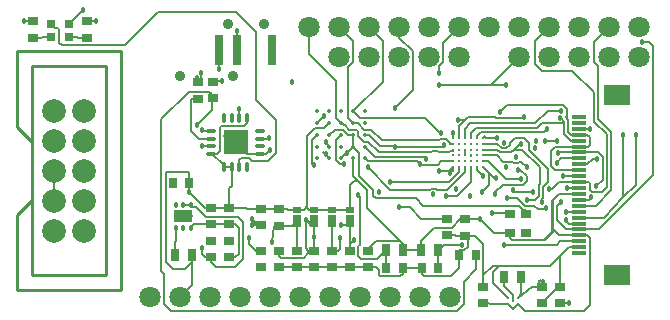
<source format=gtl>
%FSTAX23Y23*%
%MOIN*%
%SFA1B1*%

%IPPOS*%
%AMD17*
4,1,8,-0.004000,-0.008900,0.004000,-0.008900,0.005900,-0.006900,0.005900,0.006900,0.004000,0.008900,-0.004000,0.008900,-0.005900,0.006900,-0.005900,-0.006900,-0.004000,-0.008900,0.0*
1,1,0.003900,-0.004000,-0.006900*
1,1,0.003900,0.004000,-0.006900*
1,1,0.003900,0.004000,0.006900*
1,1,0.003900,-0.004000,0.006900*
%
%AMD18*
4,1,8,-0.031500,0.017700,-0.031500,-0.017700,-0.029500,-0.019700,0.029500,-0.019700,0.031500,-0.017700,0.031500,0.017700,0.029500,0.019700,-0.029500,0.019700,-0.031500,0.017700,0.0*
1,1,0.003940,-0.029500,0.017700*
1,1,0.003940,-0.029500,-0.017700*
1,1,0.003940,0.029500,-0.017700*
1,1,0.003940,0.029500,0.017700*
%
%ADD10R,0.035430X0.027560*%
%ADD11R,0.027560X0.035430*%
%ADD12R,0.031500X0.031500*%
%ADD13R,0.030320X0.038580*%
%ADD14R,0.027560X0.020470*%
%ADD15R,0.027560X0.041340*%
%ADD16R,0.033470X0.025590*%
G04~CAMADD=17~8~0.0~0.0~118.1~177.2~19.5~0.0~15~0.0~0.0~0.0~0.0~0~0.0~0.0~0.0~0.0~0~0.0~0.0~0.0~180.0~119.0~178.0*
%ADD17D17*%
G04~CAMADD=18~8~0.0~0.0~393.7~629.9~19.7~0.0~15~0.0~0.0~0.0~0.0~0~0.0~0.0~0.0~0.0~0~0.0~0.0~0.0~90.0~630.0~394.0*
%ADD18D18*%
%ADD19R,0.051180X0.011810*%
%ADD20R,0.086610X0.070870*%
%ADD21C,0.013780*%
%ADD22R,0.082680X0.082680*%
%ADD23O,0.011810X0.033470*%
%ADD24O,0.033470X0.011810*%
%ADD25R,0.027560X0.098430*%
%ADD26C,0.010630*%
%ADD27C,0.010240*%
%ADD28C,0.008000*%
%ADD29C,0.010000*%
%ADD30C,0.070870*%
%ADD31C,0.035430*%
%ADD32C,0.078740*%
%ADD33C,0.018000*%
%ADD34C,0.010000*%
%ADD35C,0.019690*%
%ADD36C,0.035430*%
%LNcombine8-1*%
%LPD*%
G54D10*
X00655Y00742D03*
Y00797D03*
X00234Y00943D03*
Y00998D03*
X00054Y00943D03*
Y00998D03*
X00709Y00266D03*
Y00211D03*
Y00321D03*
Y00376D03*
X01434Y0034D03*
Y00285D03*
X00649Y00211D03*
Y00266D03*
Y00376D03*
Y00321D03*
X01811Y00114D03*
Y00059D03*
X01752D03*
Y00114D03*
X01555D03*
Y00059D03*
X01171Y00179D03*
Y00234D03*
X00934Y00179D03*
Y00234D03*
X00993Y00179D03*
Y00234D03*
X01052Y00179D03*
Y00234D03*
X01112Y00179D03*
Y00234D03*
X00816Y00374D03*
Y00318D03*
X00875Y00372D03*
Y00316D03*
X00816Y00179D03*
Y00234D03*
X00875Y00179D03*
Y00234D03*
X01494Y00338D03*
Y00283D03*
X00605Y00795D03*
Y0074D03*
G54D11*
X01531Y0022D03*
X01476D03*
X00576Y00459D03*
X00521D03*
X0135Y00177D03*
X01405D03*
X01287D03*
X01232D03*
G54D12*
X00114Y0099D03*
Y00947D03*
X00174Y0099D03*
Y00947D03*
G54D13*
X01625Y00146D03*
X01682D03*
X01349Y00236D03*
X01405D03*
X01287D03*
X01231D03*
X00529Y00219D03*
X00585D03*
G54D14*
X00993Y0037D03*
X01052D03*
X01112D03*
X00934D03*
G54D15*
X00993Y00334D03*
X01052D03*
X01112D03*
X00934D03*
G54D16*
X01699Y00292D03*
X01646D03*
X01699Y00357D03*
X01646D03*
G54D17*
X00531Y0031D03*
X00556D03*
X00582D03*
Y00387D03*
X00556D03*
X00531D03*
G54D18*
X00556Y00349D03*
G54D19*
X01874Y00226D03*
Y00246D03*
Y00265D03*
Y00285D03*
Y00305D03*
Y00324D03*
Y00344D03*
Y00364D03*
Y00383D03*
Y00403D03*
Y00423D03*
Y00442D03*
Y00462D03*
Y00482D03*
Y00501D03*
Y00521D03*
Y00541D03*
Y00561D03*
Y0058D03*
Y006D03*
Y0062D03*
Y00639D03*
Y00659D03*
Y00679D03*
G54D20*
X02002Y00151D03*
Y00753D03*
G54D21*
X01161Y00698D03*
Y00659D03*
X01121Y0062D03*
Y0058D03*
Y00541D03*
X01082Y00698D03*
Y0062D03*
Y0058D03*
Y00541D03*
X01043Y00698D03*
Y00659D03*
Y0062D03*
Y0058D03*
Y00541D03*
X01003Y00698D03*
Y00659D03*
Y0062D03*
Y0058D03*
Y00541D03*
X01121Y00698D03*
Y00659D03*
X01082D03*
X01161Y0062D03*
Y0058D03*
Y00541D03*
G54D22*
X0073Y00595D03*
G54D23*
X00768Y00676D03*
X00742D03*
X00717D03*
X00691D03*
Y00513D03*
X00717D03*
X00742D03*
X00768D03*
G54D24*
X00648Y00633D03*
Y00607D03*
Y00582D03*
Y00556D03*
X00811D03*
Y00582D03*
Y00607D03*
Y00633D03*
G54D25*
X00853Y00901D03*
X00735D03*
X00676D03*
G54D26*
X01456Y0061D03*
X01476D03*
X01495D03*
X01515D03*
X01535D03*
X01554D03*
X01456Y0059D03*
X01476D03*
X01495D03*
X01515D03*
X01535D03*
X01554D03*
X01456Y0057D03*
X01476D03*
X01495D03*
X01515D03*
X01535D03*
X01554D03*
X01456Y00551D03*
X01476D03*
X01495D03*
X01515D03*
X01535D03*
X01554D03*
X01456Y00531D03*
X01476D03*
X01495D03*
X01515D03*
X01535D03*
X01554D03*
X01456Y00511D03*
X01476D03*
X01495D03*
X01515D03*
X01535D03*
X01554D03*
G54D27*
X01637Y00057D03*
Y00077D03*
X01654Y00067D03*
X01671Y00057D03*
Y00077D03*
G54D28*
X01555Y00059D02*
X01596Y00057D01*
X01637*
X01654Y0004D02*
X01671Y00057D01*
X01637D02*
X01654Y0004D01*
X01592Y00292D02*
X01646D01*
X01546Y00338D02*
X01592Y00292D01*
X01494Y00338D02*
X01546D01*
X01317Y00236D02*
X01349D01*
X01287D02*
X01317D01*
X01277Y00266D02*
X01287Y00255D01*
X01198Y00266D02*
X01277D01*
X0117Y00238D02*
X01198Y00266D01*
X0117Y00234D02*
X01171D01*
X01052Y0037D02*
X01112D01*
X00993D02*
X01052D01*
X00875Y00372D02*
X00903D01*
X00905Y0037*
X00934*
X01175Y0098D02*
X0122Y00934D01*
Y00797D02*
Y00934D01*
X01121Y00698D02*
X0122Y00797D01*
X01075Y0098D02*
X0112Y00934D01*
Y00861D02*
Y00934D01*
X01104Y00845D02*
X0112Y00861D01*
X01043Y0062D02*
X0106Y00636D01*
X01089*
X01106Y0062*
X01121*
Y0058D02*
Y0062D01*
X01434Y00285D02*
X01462D01*
X01465Y00283*
X01494*
X01287Y00177D02*
X0135D01*
X01287Y00157D02*
Y00177D01*
X01279Y00149D02*
X01287Y00157D01*
X01212Y00149D02*
X01279D01*
X01207Y00154D02*
X01212Y00149D01*
X01207Y00154D02*
Y00169D01*
X01197Y00179D02*
X01207Y00169D01*
X01171Y00179D02*
X01197D01*
X0114D02*
X01171D01*
X01112Y00179D02*
X0114Y00179D01*
X01052Y00179D02*
X01112D01*
X00993D02*
X01052D01*
X00934D02*
X00993D01*
X00875D02*
X00934D01*
X01874Y0062D02*
X01902D01*
X0191Y00612*
Y00587D02*
Y00612D01*
X01904Y0058D02*
X0191Y00587D01*
X01874Y0058D02*
X01904D01*
X01834Y00443D02*
X01834Y00442D01*
X02084Y0093D02*
X02107D01*
X0212Y00917*
Y00485D02*
Y00917D01*
X01874Y00305D02*
X0194D01*
X01052Y00234D02*
Y00334D01*
X01654Y00067D02*
Y00087D01*
X01625Y00115D02*
X01654Y00087D01*
X01625Y00115D02*
Y00146D01*
X01717Y00114D02*
X01752D01*
X01671Y00077D02*
X01717Y00114D01*
X01682Y00088D02*
Y00146D01*
X01671Y00077D02*
X01682Y00088D01*
X01231Y00206D02*
Y00236D01*
Y00206D02*
X01232Y00206D01*
Y00177D02*
Y00206D01*
X01405Y00206D02*
Y00236D01*
X01405Y00206D02*
X01405Y00206D01*
X01405Y00177D02*
Y00206D01*
X00529Y00219D02*
Y00263D01*
X00531Y00265*
Y0031*
X00649Y00321D02*
X00709D01*
X00174Y00947D02*
X00201D01*
X00206Y00943*
X00234*
X00054D02*
X00081D01*
X00086Y00947*
X00114*
X00556Y00387D02*
X00582D01*
X00649Y00376D02*
X00709D01*
Y00441*
X00717Y00449*
Y00513*
X00816Y00374D02*
X00844D01*
X00846Y00372*
X00875*
X00691Y00513D02*
X00717D01*
X00124Y004D02*
Y005D01*
X00709Y00321D02*
X00727D01*
X0074Y00308*
Y00224D02*
Y00308D01*
X00727Y00211D02*
X0074Y00224D01*
X00709Y00211D02*
X00727D01*
X00234Y00998D02*
X00265D01*
X00265Y00999*
X00576Y00429D02*
Y00459D01*
X00582Y0074D02*
X00605D01*
X00582Y00632D02*
Y0074D01*
Y00632D02*
X00607Y00607D01*
X00648*
X00691Y00513D02*
Y00518D01*
X00653Y00556D02*
X00691Y00518D01*
X01121Y00659D02*
X01137D01*
X01159Y00637*
X01787Y00403D02*
X01807Y00423D01*
X0176Y00269D02*
X01787Y00296D01*
X01646Y00275D02*
X01652Y00269D01*
X01646Y00275D02*
Y00292D01*
X01781Y00567D02*
X01794Y0058D01*
X01753Y00059D02*
X01806Y00114D01*
X01752Y00059D02*
X01753D01*
X01806Y00114D02*
X01811D01*
X01907Y00403D02*
X01914Y00411D01*
X01874Y00403D02*
X01907D01*
X01735Y00644D02*
X0175Y00659D01*
X0183Y00335D02*
X0184Y00324D01*
X01842Y00059D02*
X01842Y00059D01*
X01811Y00059D02*
X01842D01*
X01026Y00642D02*
X01043Y00659D01*
X00969Y00377D02*
X00976Y0037D01*
X00993*
X00996Y00642D02*
X01026D01*
X00957Y0037D02*
X00969Y00382D01*
X00934Y0037D02*
X00957D01*
X01925Y0093D02*
X01975Y0098D01*
X01925Y00861D02*
Y0093D01*
Y00861D02*
X01938Y00848D01*
Y00672D02*
Y00848D01*
X01874Y00383D02*
X0193D01*
X01907Y00462D02*
X01912Y00457D01*
Y00435D02*
Y00457D01*
Y00435D02*
X01917Y0043D01*
X0195*
X01924Y00664D02*
Y00761D01*
X01851Y00834D02*
X01924Y00761D01*
X01751Y00834D02*
X01851D01*
X01728Y00857D02*
X01751Y00834D01*
X01728Y00857D02*
Y00933D01*
X01775Y0098*
X01202Y00207D02*
X01231Y00236D01*
X01149Y00207D02*
X01202D01*
X01139Y00217D02*
X01149Y00207D01*
X01554Y00511D02*
X01554D01*
X01626Y00253D02*
X01801D01*
X01813Y00265*
X01847Y006D02*
X01874D01*
X01494Y00283D02*
X01505Y00272D01*
X01064Y00602D02*
X01082Y0062D01*
X02023Y00411D02*
Y00618D01*
X01874Y00344D02*
X01957D01*
X00709Y00376D02*
X00766D01*
X00768Y00374*
X00816*
X01639Y00364D02*
X01646Y00357D01*
X00957Y0021D02*
X00973Y00226D01*
X00882Y0021D02*
X00957D01*
X00875Y00217D02*
X00882Y0021D01*
X00875Y00234D02*
X00875D01*
X01052D02*
X01072D01*
X01077Y00239*
Y00276*
X00784Y00339D02*
X00804Y00318D01*
X00667Y00556D02*
X00677Y00566D01*
X01677Y00269D02*
X01756D01*
X01708Y00568D02*
Y00591D01*
X00576Y00459D02*
Y00497D01*
X00497Y00197D02*
Y00497D01*
Y00197D02*
X0052Y00174D01*
X00562*
X00585Y00197*
X00627Y00211D02*
X00649D01*
X00617Y00221D02*
X00627Y00211D01*
X00617Y00221D02*
Y00242D01*
X00676Y00838D02*
Y00901D01*
X00114Y0099D02*
X00129Y00975D01*
X00137*
X00143Y00969*
Y00927D02*
Y00969D01*
Y00927D02*
X00151Y00919D01*
X00361*
X0047Y01028*
X00731*
X00797Y00962*
Y00737D02*
Y00962D01*
X0135Y00156D02*
Y00177D01*
Y00156D02*
X01357Y00149D01*
X01448*
X01476Y00177*
Y0022*
X00601Y00654D02*
X0065Y00703D01*
X01349Y0034D02*
X01434D01*
X01138Y00616D02*
X01157Y00597D01*
X01138Y00616D02*
Y00632D01*
X01133Y00637D02*
X01138Y00632D01*
X01109Y00637D02*
X01133D01*
X01095Y00651D02*
X01109Y00637D01*
X0109Y00651D02*
X01095D01*
X00735Y00901D02*
Y00965D01*
X00617Y00582D02*
X00648D01*
X00784Y00331D02*
Y00339D01*
X00964Y00337D02*
X00977Y00324D01*
Y00318D02*
Y00324D01*
X00993Y00318D02*
Y00334D01*
X00964Y00242D02*
Y00337D01*
Y00242D02*
X00972Y00234D01*
X01139Y00465D02*
X01167Y00437D01*
X01126Y00465D02*
X01139D01*
X01112Y00451D02*
X01126Y00465D01*
X01287Y00236D02*
Y00255D01*
X01535Y00501D02*
Y00511D01*
X01003Y00659D02*
X01025Y00681D01*
X00934Y00234D02*
Y00334D01*
X00742Y00676D02*
Y00707D01*
X01607Y00184D02*
X01778D01*
X01587Y00164D02*
X01607Y00184D01*
X01587Y00126D02*
Y00164D01*
Y00126D02*
X01637Y00077D01*
X01555Y00152D02*
X01587Y00184D01*
X01494Y00283D02*
X01529D01*
X01555Y00257*
X01555Y00114D02*
X01555D01*
X01478Y00338D02*
X01494D01*
X0145Y0031D02*
X01478Y00338D01*
X01393Y0031D02*
X0145D01*
X01349Y00266D02*
X01393Y0031D01*
X01349Y00236D02*
Y00266D01*
X00582Y00379D02*
Y00387D01*
X00598Y00379D02*
X00631Y00346D01*
X00737*
X00754Y00329*
Y00207D02*
Y00329D01*
X00727Y0018D02*
X00754Y00207D01*
X00666Y0018D02*
X00727D01*
X00649Y00197D02*
X00666Y0018D01*
X00649Y00197D02*
Y00211D01*
X00582Y0031D02*
X00593Y00321D01*
X00649*
X01531Y00172D02*
Y0022D01*
X0149Y0013D02*
X01531Y00172D01*
X0149Y00057D02*
Y0013D01*
X01467Y00034D02*
X0149Y00057D01*
X00515Y00034D02*
X01467D01*
X00492Y00057D02*
X00515Y00034D01*
X00492Y00057D02*
Y00157D01*
X00483Y00166D02*
X00492Y00157D01*
X00483Y00166D02*
Y00672D01*
X00575Y00764*
X00643*
X0065Y00757*
Y00742D02*
X00655D01*
X01405Y00236D02*
X01424Y00254D01*
X01761Y006D02*
X018D01*
X01144Y00676D02*
X0136D01*
X01121Y00698D02*
X01144Y00676D01*
X01043Y0058D02*
D01*
X00619Y00633D02*
X00648D01*
X00617Y00635D02*
X00619Y00633D01*
X00174Y0099D02*
X0022Y01036D01*
X00629Y00376D02*
X00649D01*
X00576Y00429D02*
X00629Y00376D01*
X01671Y00057D02*
X01696Y00032D01*
X0189*
X00545Y0008D02*
X00585Y0012D01*
X00797Y00234D02*
X00816D01*
X00774Y00257D02*
X00797Y00234D01*
X00774Y00257D02*
Y00276D01*
X01335Y00532D02*
X01345Y00522D01*
X01407Y00826D02*
Y00848D01*
X0142Y00861*
Y00925*
X01475Y0098*
X01275Y00944D02*
X0132Y00898D01*
X0126Y00709D02*
X0132Y00769D01*
X01257Y00582D02*
X0126Y0058D01*
X01275Y00944D02*
Y0098D01*
X0132Y00769D02*
Y00898D01*
X01065Y00676D02*
X01082Y00659D01*
X01189Y00416D02*
X01197Y00408D01*
X0133D02*
X01354Y00384D01*
X01811Y00114D02*
Y00217D01*
X01874Y00639D02*
X01913D01*
X01758Y00629D02*
X01769Y0064D01*
X00993Y00279D02*
Y00318D01*
X01112D02*
Y00334D01*
Y00234D02*
X01112D01*
X00852Y00264D02*
X00857Y00316D01*
X00875*
X00917D02*
X00934Y00334D01*
X00875Y00316D02*
X00917D01*
X01683Y0053D02*
X01702Y00511D01*
X01407Y00787D02*
X01582D01*
X01675Y0088*
X00585Y0012D02*
Y00197D01*
Y00219*
X00969Y00377D02*
Y00382D01*
X00648Y00556D02*
X00653D01*
X00667*
X01652Y00269D02*
X01677D01*
X01757*
X0176*
X01677D02*
X01677Y00269D01*
X01756D02*
X01757Y00269D01*
X01787Y00305D02*
X01807Y00285D01*
X01787Y00296D02*
Y00305D01*
X01167Y00437D02*
Y00437D01*
X01784Y004D02*
X01787Y00403D01*
X01555Y00152D02*
Y00257D01*
X01587Y00184D02*
X01607D01*
X01778D02*
X01811Y00217D01*
X01658Y0057D02*
X01686D01*
X00972Y00234D02*
X00973D01*
X00993*
Y00279*
X01112Y00234D02*
Y00234D01*
X00784Y00318D02*
X00797D01*
X00804D02*
X00816D01*
X00797D02*
X00804D01*
X02023Y00411D02*
X02066Y00453D01*
X01957Y00344D02*
X02023Y00411D01*
X01582Y00787D02*
X01633D01*
X00986Y00322D02*
D01*
X00742Y00513D02*
Y00537D01*
X00748Y00543*
X00775*
X00784Y00534*
X00682Y00649D02*
X00757D01*
X00768Y00659*
Y00676*
X00842Y00607D02*
X00842Y00608D01*
X00811Y00607D02*
X00842D01*
X01104Y00676D02*
X01121Y00659D01*
X01104Y00676D02*
Y00845D01*
X00975Y00889D02*
Y0098D01*
X01065Y00676D02*
Y00798D01*
X00975Y00889D02*
X01065Y00798D01*
X01476Y0022D02*
Y00235D01*
X01493D02*
X01505Y00246D01*
Y00272*
X01424Y00254D02*
X01486D01*
X01476Y0061D02*
Y00649D01*
X01535Y0061D02*
Y00617D01*
X01515Y0061D02*
Y00627D01*
X01531Y00644*
X01554Y0061D02*
X01559Y00615D01*
X01535Y00531D02*
X01535Y00531D01*
X01354Y00384D02*
X01675D01*
X01699Y00357D02*
Y0037D01*
X01675Y00384D02*
X01688Y0037D01*
X01635Y0041D02*
X01669D01*
X01694Y00384*
X01724*
X01737Y00371*
X01765*
X01787Y00305D02*
Y00403D01*
X01784Y00308D02*
Y00364D01*
X01785Y00364*
X01784Y00384D02*
X01785Y00384D01*
X01784Y00384D02*
Y004D01*
X01785Y00364D02*
Y00384D01*
X01757Y00269D02*
X01785Y00297D01*
X01765Y00371D02*
X01766Y00372D01*
X01785Y00297D02*
Y00307D01*
Y00364*
X01784Y00308D02*
X01785Y00307D01*
X01787Y00305*
X01784Y00384D02*
X01784Y00384D01*
X01574Y00451D02*
Y00491D01*
X01535Y00501D02*
X01554Y00482D01*
X01535Y00617D02*
X01547Y0063D01*
X01535Y0057D02*
Y0057D01*
X01646Y00292D02*
Y003D01*
X018Y00526D02*
X01815Y00541D01*
X0182Y00482D02*
X01874D01*
X0184Y00246D02*
X01874D01*
X01811Y00217D02*
X0184Y00246D01*
X01834Y00442D02*
X01874D01*
X01815Y00541D02*
X01874D01*
X01813Y00265D02*
X01874D01*
X01807Y00423D02*
X01874D01*
X01807Y00285D02*
X01874D01*
X0183Y00364D02*
X01874D01*
X0184Y00324D02*
X01874D01*
X01686Y0057D02*
X01746Y00511D01*
X01708Y00568D02*
X0177Y00506D01*
X01781Y00517D02*
Y00567D01*
Y00517D02*
X01796Y00501D01*
X01874*
X01702Y00403D02*
X01729D01*
X0175Y00395D02*
Y00404D01*
X01766Y00372D02*
Y00376D01*
X01801Y00336D02*
X01833Y00305D01*
X01801Y00336D02*
Y00383D01*
X01815Y00397*
X01743Y00133D02*
X01745Y00135D01*
X0175Y0013*
X01902Y00285D02*
X0191Y00277D01*
X0189Y00032D02*
X0191Y00052D01*
Y00277*
X0175Y00404D02*
X01756Y00411D01*
X01729Y00403D02*
X01742Y00416D01*
X01756Y00432D02*
Y00447D01*
X01742Y00426D02*
Y00453D01*
X01746Y00457*
Y00511*
X01742Y00426D02*
X01742Y00425D01*
X01756Y00432D02*
X01756Y00431D01*
X0177Y00462D02*
Y00506D01*
X01756Y00447D02*
X0177Y00462D01*
X01756Y00411D02*
Y00431D01*
X01742Y00416D02*
Y00425D01*
X01775Y0044D02*
X01785D01*
X0166Y0043D02*
X0172D01*
X01655Y00435D02*
X0166Y0043D01*
X01825Y00623D02*
X01847Y006D01*
X0175Y00659D02*
X01825D01*
Y00623D02*
Y00659D01*
Y00664*
X01814Y00675D02*
X01825Y00664D01*
X0181Y00675D02*
X01814D01*
X01839Y00629D02*
X01848Y0062D01*
X01839Y00629D02*
Y0067D01*
X00811Y00557D02*
X00811Y00556D01*
X00767Y00557D02*
X00811D01*
X0073Y00595D02*
X00767Y00557D01*
X00811Y00556D02*
X00831D01*
X00845Y0057*
X00784Y00534D02*
X00838D01*
X00864Y00559D02*
Y0067D01*
X00838Y00534D02*
X00864Y00559D01*
X00797Y00737D02*
X00864Y0067D01*
X0103Y00554D02*
X01043Y00541D01*
X01023Y00561D02*
X01029Y00555D01*
X01082Y00542D02*
X011Y0056D01*
X01082Y00541D02*
Y00542D01*
X01139Y00217D02*
Y00248D01*
X01112Y00234D02*
Y00257D01*
X01112Y00257*
X01125Y0027*
X0131Y0038D02*
X01349Y0034D01*
X01275Y0038D02*
X0131D01*
X01112Y0037D02*
Y00451D01*
X01167Y00376D02*
X01277Y00266D01*
X01167Y00376D02*
Y00437D01*
X01139Y00418D02*
X01144Y00413D01*
X01139Y00248D02*
X01144Y00252D01*
Y00413*
X00677Y00644D02*
X00682Y00649D01*
X00677Y00566D02*
Y00644D01*
X00655Y00797D02*
X00657Y00795D01*
X00615Y00805D02*
Y00825D01*
X00605Y00795D02*
X00615Y00805D01*
X01806Y00561D02*
X01874D01*
X01805Y0056D02*
X01806Y00561D01*
X01874Y00521D02*
X019D01*
X01874Y00561D02*
X01878Y00564D01*
X0183Y00678D02*
X01839Y0067D01*
X0183Y00678D02*
D01*
X01834Y00682D01*
X01822Y00719D02*
X01834Y00707D01*
Y00682D02*
Y00707D01*
X01634Y00719D02*
X01822D01*
X01729Y00658D02*
X01771Y007D01*
X01815*
X01785Y0044D02*
X01807Y00462D01*
X01874*
X01848Y0062D02*
X01874D01*
X01794Y0058D02*
X01874D01*
Y00462D02*
X01907D01*
X01874Y00285D02*
X01902D01*
X01833Y00305D02*
X01874D01*
X0194D02*
X0212Y00485D01*
X02066Y00453D02*
Y0062D01*
X00025Y00998D02*
X00054D01*
X01082Y00659D02*
X0109Y00651D01*
X01064Y00535D02*
Y00602D01*
X0103Y00554D02*
Y00555D01*
X01029D02*
X0103D01*
X00969Y00616D02*
X00996Y00642D01*
X00986Y00521D02*
X0099Y00518D01*
X00969Y00382D02*
Y00616D01*
X00986Y00521D02*
Y00603D01*
X01003Y0062*
X0103Y00595D02*
X01043Y00581D01*
X0117Y00511D02*
X01245Y00436D01*
X01159Y00637D02*
X01182D01*
X01161Y0062D02*
X01174D01*
X01157Y00597D02*
X01172D01*
X01121Y00483D02*
X01167Y00437D01*
X01182Y00637D02*
X01217Y00602D01*
X01174Y0062D02*
X01212Y00582D01*
X01257*
X01172Y00597D02*
X01209Y00561D01*
X01161Y0058D02*
X01194Y00547D01*
X01121Y0058D02*
X01143Y00558D01*
X01161Y00541D02*
X0117Y00532D01*
X01335*
X01143Y00482D02*
Y00558D01*
X01121Y00483D02*
Y00541D01*
X01064Y00535D02*
X01077Y00522D01*
X01092*
X019Y00521D02*
X0192Y0054D01*
X0192Y0054*
X01935*
X01982Y00435D02*
Y00629D01*
X01968Y00447D02*
Y00621D01*
X01937Y00564D02*
X01954Y00547D01*
Y0047D02*
Y00547D01*
X01933Y0045D02*
X01954Y0047D01*
X01878Y00564D02*
X01937D01*
X0195Y0043D02*
X01968Y00447D01*
X01924Y00664D02*
X01968Y00621D01*
X0193Y00383D02*
X01982Y00435D01*
X01938Y00672D02*
X01982Y00629D01*
X00662Y008D02*
X00685D01*
X00497Y00497D02*
X00576D01*
X006Y0079D02*
X00605Y00795D01*
X01554Y00531D02*
X01573D01*
X01631Y00473D02*
X01681D01*
X01495Y0064D02*
X01513Y00658D01*
X0136Y00676D02*
X01412Y00625D01*
X01456Y00498D02*
Y00511D01*
X01515Y0055D02*
X01515Y00551D01*
X01419Y0058D02*
X01424Y00585D01*
X01403Y00565D02*
X01407Y00561D01*
X01411*
X01412Y00625D02*
X01415D01*
X01411Y00561D02*
X01413Y00562D01*
X01416Y00531D02*
X01456D01*
X01431Y00605D02*
X01444Y00592D01*
Y00592D02*
Y00592D01*
Y00592D02*
X01445Y0059D01*
X01456*
X0126Y0058D02*
X01419D01*
X01217Y00602D02*
X01407D01*
X01411Y00605*
X01431*
X01424Y00585D02*
X01425D01*
X01413Y00562D02*
X01443D01*
X01448Y00567*
X01456D02*
Y0057D01*
X01495Y00551D02*
Y0057D01*
Y0061D02*
Y0064D01*
X01495Y0064D02*
X01495Y0064D01*
X01456Y0061D02*
X01456Y0061D01*
X01384Y00565D02*
X01403D01*
X01209Y00561D02*
X0138D01*
X01384Y00565*
X01346Y0052D02*
X01405D01*
X01345Y00522D02*
X01346Y0052D01*
X01405D02*
X01416Y00531D01*
X01143Y00482D02*
X01189Y00436D01*
Y00416D02*
Y00436D01*
X01197Y00408D02*
X0133D01*
X01554Y0057D02*
X01602D01*
X01612Y00561*
X01658Y0057D02*
X01678Y0059D01*
X01554Y00551D02*
X01602D01*
X01623Y0053*
X01554Y0059D02*
X01603D01*
X01618Y00575*
X01515Y0057D02*
Y0057D01*
X0159Y00476D02*
X01598D01*
X01554Y00511D02*
X0159Y00476D01*
X01673Y00503D02*
X01677D01*
X017Y00481*
Y00465D02*
Y00481D01*
X01689Y00454D02*
X017Y00465D01*
X0162Y00454D02*
X01689D01*
X01585Y0036D02*
X01635D01*
X01594Y00421D02*
Y00429D01*
X0162Y00454*
X01573Y00531D02*
X01631Y00473D01*
X01673Y00503D02*
X01673D01*
X01672Y00526D02*
X01677Y0053D01*
X01683*
X01649Y00561D02*
X01658Y0057D01*
X01623Y0053D02*
X01652D01*
X01657Y00526*
X01672*
X01689Y00676D02*
X01692Y00679D01*
X01472Y00669D02*
X01495D01*
X01476Y00649D02*
X01495Y00669D01*
X01505Y00679*
X01456Y0061D02*
Y00625D01*
X01612Y00561D02*
X01649D01*
X01662Y00609D02*
X0169D01*
X01708Y00591*
X01678Y0059D02*
X01681D01*
X01618Y00575D02*
X01633D01*
X01644Y00586*
Y00592*
X01662Y00609*
X0161Y00695D02*
X01634Y00719D01*
X01505Y00679D02*
X01594D01*
X01597Y00676*
X01689*
X01513Y00658D02*
X01729D01*
X01531Y00644D02*
X01735D01*
X01547Y0063D02*
X01584D01*
X01584Y00629*
X01758*
X01564Y0061D02*
X016D01*
X01244Y00464D02*
X01443D01*
X01452Y00473D02*
X01476Y00496D01*
X01443Y00464D02*
X01452Y00473D01*
X01452*
X01458Y00459D02*
X01495Y00496D01*
X01435Y00436D02*
X01457Y00459D01*
X01458*
X01476Y00496D02*
Y00511D01*
X01495Y00496D02*
Y00511D01*
X01445Y00501D02*
X01456Y00511D01*
X01445Y00493D02*
Y00498D01*
Y00501*
X01552Y00429D02*
X01574Y00451D01*
X01515Y00462D02*
Y00511D01*
X0143Y00415D02*
X01467D01*
X01515Y00462*
X01245Y00436D02*
X01378D01*
X01381Y0044*
X01397*
X01401Y00436*
X01435*
X01194Y00547D02*
X01358D01*
X01366Y00539*
X01535Y0059D02*
Y0059D01*
X01448Y00567D02*
X01456D01*
X01554Y00511D02*
X01574Y00491D01*
X01407Y00498D02*
X01445D01*
X01456*
X00657Y00795D02*
X00662Y008D01*
X00582Y00379D02*
X00598D01*
X00784Y00331D02*
X00797Y00318D01*
X0065Y00703D02*
Y00742D01*
Y00757*
X01635Y0036D02*
X01639Y00364D01*
X006Y0079D02*
Y0081D01*
X0117Y00234D02*
Y00238D01*
X01743Y00123D02*
Y00133D01*
Y00123D02*
X01752Y00114D01*
X0175Y0013D02*
X01755D01*
X01112Y00257D02*
X01112Y00234D01*
X01082Y00318D02*
X01112D01*
X01112Y00269D02*
X01112Y00257D01*
X01112Y00318D02*
X01112Y00269D01*
X00875Y00217D02*
Y00234D01*
X00973Y00226D02*
Y00234D01*
X00977Y00318D02*
X00993D01*
X00986Y00322D02*
X00993Y00318D01*
X00964Y00337D02*
X00986Y00322D01*
X01082Y00541D02*
X01121Y0058D01*
X01476Y00235D02*
X01493D01*
X01555Y00114D02*
Y00152D01*
X01688Y0037D02*
X01699D01*
X01559Y00615D02*
X01564Y0061D01*
G54D29*
X00003Y00102D02*
Y00354D01*
Y00102D02*
X00347D01*
X00003Y00646D02*
Y00899D01*
Y00646D02*
X00052Y00597D01*
Y00403D02*
Y00597D01*
X00003Y00354D02*
X00052Y00403D01*
X00003Y00899D02*
X00347D01*
X00298Y00151D02*
Y0085D01*
X00052D02*
X00298D01*
X00052Y00151D02*
Y0085D01*
Y00151D02*
X00298D01*
X00347Y00102D02*
Y00899D01*
G54D30*
X00845Y0008D03*
X00745D03*
X00645D03*
X00545D03*
X00445D03*
X01475Y0098D03*
X01375D03*
X01075D03*
X01275D03*
X00975D03*
X01175D03*
X01575D03*
X01775D03*
X01875D03*
X01975D03*
X02075D03*
X01675D03*
X01475Y0088D03*
X01375D03*
X01275D03*
X01175D03*
X01075D03*
X02075D03*
X01975D03*
X01875D03*
X01775D03*
X01675D03*
X00945Y0008D03*
X01145D03*
X01245D03*
X01345D03*
X01445D03*
X01045D03*
G54D31*
X0072Y00815D03*
X00546D03*
G54D32*
X00124Y007D03*
Y006D03*
Y005D03*
Y004D03*
Y003D03*
X00224Y005D03*
Y004D03*
Y003D03*
Y007D03*
Y006D03*
G54D33*
X01834Y00443D03*
X02084Y0093D03*
X00265Y00999D03*
X00576Y00429D03*
X00784Y00318D03*
X01914Y00411D03*
X0183Y00335D03*
Y00364D03*
X01842Y00059D03*
X0143Y00415D03*
X01139Y00418D03*
X01702Y00403D03*
X01626Y00253D03*
X01933Y0045D03*
X02023Y00618D03*
X00993Y00279D03*
X01077Y00276D03*
X00784Y00339D03*
X00617Y00242D03*
X00676Y00838D03*
X00601Y00654D03*
X00735Y00965D03*
X00617Y00582D03*
X01702Y00511D03*
X02066Y0062D03*
X00964Y00337D03*
X01681Y00473D03*
X01025Y00681D03*
X00742Y00707D03*
X01407Y00787D03*
X01633D03*
X0099Y00518D03*
X01244Y00464D03*
X018Y006D03*
X01761D03*
X0182Y00482D03*
X01732Y006D03*
X01727Y00576D03*
X018Y00526D03*
X00617Y00635D03*
X0022Y01036D03*
X00774Y00276D03*
X01345Y00522D03*
X01407Y00826D03*
X0126Y0058D03*
Y00709D03*
X01913Y00639D03*
X01769Y0064D03*
X01082Y00318D03*
X00852Y00264D03*
X00842Y00608D03*
X00917Y00797D03*
X01486Y00254D03*
X01635Y0041D03*
X01554Y00482D03*
X0175Y00395D03*
X01766Y00376D03*
X01546Y00338D03*
X01815Y00397D03*
X01755Y0013D03*
X01775Y0044D03*
X0172Y0043D03*
X01655Y00435D03*
X0181Y00675D03*
X00845Y0057D03*
X011Y0056D03*
X01125Y0027D03*
X01275Y0038D03*
X00615Y00825D03*
X01805Y0056D03*
X01815Y007D03*
X00025Y00998D03*
X0103Y00555D03*
Y00595D03*
X0117Y00511D03*
X01092Y00522D03*
X01935Y0054D03*
X00685Y008D03*
X006Y0081D03*
X01415Y00625D03*
X01425Y00585D03*
X01366Y00539D03*
X01208Y00429D03*
X01598Y00476D03*
X01585Y0036D03*
X01594Y00421D03*
X01633Y00511D03*
X01673Y00503D03*
X01665Y00545D03*
X01692Y00679D03*
X01472Y00669D03*
X01456Y00625D03*
X01681Y0059D03*
X01625Y00594D03*
X0161Y00695D03*
X016Y0061D03*
X01407Y00498D03*
X01445Y00493D03*
X01552Y00429D03*
X01466Y0044D03*
X01511Y00417D03*
X01389Y00421D03*
G54D34*
X01476Y0059D03*
X01535Y00551D03*
X01515Y00531D03*
X01535Y00531D03*
X01535Y0057D03*
X01495Y00531D03*
X01515Y0055D03*
X01476Y00551D03*
Y0057D03*
X01495Y0059D03*
Y00551D03*
X01515Y0057D03*
X01495Y0057D03*
X01456Y00551D03*
X01476Y00531D03*
X01515Y0059D03*
X01535Y0059D03*
G54D35*
X00535Y00349D03*
X00578D03*
X0073Y00565D03*
X00728Y00626D03*
X00757Y00597D03*
X00698Y00617D03*
G54D36*
X00705Y0099D03*
X00824D03*
M02*
</source>
